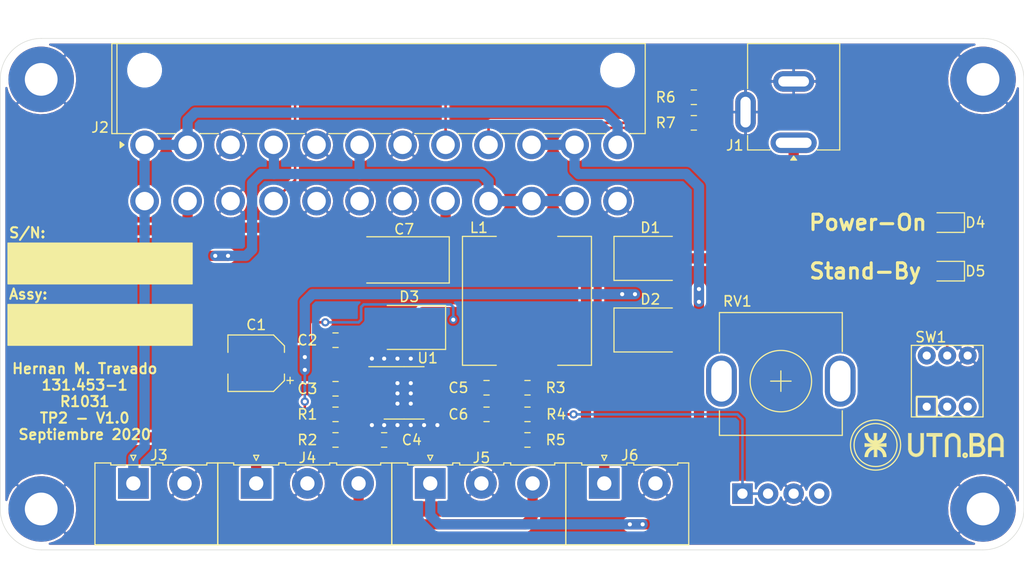
<source format=kicad_pcb>
(kicad_pcb (version 20171130) (host pcbnew 5.1.5-52549c5~86~ubuntu18.04.1)
  (title_block (title "Fuente Switching basada en TPS54331") (date 2020-09-03) (rev v1.0) (company "Sistemas de Representacion UTN-FRBA") (comment 1 "DOCENTES: Fernando Aló / Francisco Dominguez / Lucas Liaño") (comment 2 "CURSO: R1031") (comment 3 "ALUMNO: Hernan Matias Travado"))
  (layers (0 F.Cu signal) (31 B.Cu signal) (34 B.Paste user) (35 F.Paste user) (36 B.SilkS user) (37 F.SilkS user) (38 B.Mask user) (39 F.Mask user) (44 Edge.Cuts user))
  (net 0 "")
  (net 1 Earth)
  (net 2 /VIN)
  (net 3 "Net-(C5-Pad2)")
  (net 4 /COMP)
  (net 5 /VOUT)
  (net 6 +12V)
  (net 7 +24V)
  (net 8 "Net-(D4-Pad2)")
  (net 9 "Net-(D5-Pad2)")
  (net 10 +5V)
  (net 11 -5V)
  (net 12 /PS_ON)
  (net 13 -12V)
  (net 14 +3V3)
  (net 15 /VSB)
  (net 16 /PG)
  (net 17 /EN)
  (net 18 /Feedback)
  (net 19 "Net-(SW1-Pad4)")
  (net 20 "Net-(SW1-Pad3)")
  (net 21 "Net-(SW1-Pad2)")
  (net 22 "Net-(SW1-Pad1)")
  (net 23 /PH)
  (net 24 /BOOT)
  (net 25 "Net-(R4-Pad2)")
  (net 26 "Net-(C4-Pad1)")
  (module tp2:796644-2 (layer F.Cu) (at 155 109.5)
    (fp_text reference J6 (at 2.5 -2.75) (layer F.SilkS))
    (fp_text value "Bornera x2")
    (pad 2 thru_hole circle (at 5 0) (size 3 3) (drill 1.4) (layers *.Cu *.Mask) (net 1 Earth))
    (pad 1 thru_hole rect (at 0 0) (size 3 3) (drill 1.4) (layers *.Cu *.Mask) (net 5 /VOUT))
  )
  (module tp2:796644-3 (layer F.Cu) (at 138 109.5)
    (fp_text reference J5 (at 5 -2.5) (layer F.SilkS))
    (fp_text value "Bornera x3")
    (pad 1 thru_hole rect (at 0 0) (size 3 3) (drill 1.4) (layers *.Cu *.Mask) (net 6 +12V))
    (pad 2 thru_hole circle (at 5 0) (size 3 3) (drill 1.4) (layers *.Cu *.Mask) (net 1 Earth))
    (pad 3 thru_hole circle (at 10 0) (size 3 3) (drill 1.4) (layers *.Cu *.Mask) (net 13 -12V))
  )
  (module tp2:796644-3 (layer F.Cu) (at 121 109.5)
    (fp_text reference J4 (at 5 -2.5) (layer F.SilkS))
    (fp_text value "Bornera x3")
    (pad 1 thru_hole rect (at 0 0) (size 3 3) (drill 1.4) (layers *.Cu *.Mask) (net 10 +5V))
    (pad 2 thru_hole circle (at 5 0) (size 3 3) (drill 1.4) (layers *.Cu *.Mask) (net 1 Earth))
    (pad 3 thru_hole circle (at 10 0) (size 3 3) (drill 1.4) (layers *.Cu *.Mask) (net 11 -5V))
  )
  (module tp2:796644-2 (layer F.Cu) (at 109 109.5)
    (fp_text reference J3 (at 2.5 -2.75) (layer F.SilkS))
    (fp_text value "Bornera x2")
    (pad 2 thru_hole circle (at 5 0) (size 3 3) (drill 1.4) (layers *.Cu *.Mask) (net 1 Earth))
    (pad 1 thru_hole rect (at 0 0) (size 3 3) (drill 1.4) (layers *.Cu *.Mask) (net 14 +3V3))
  )
  (module tp2:NoFootprint (layer F.Cu) (at 192.5 88.75)
    (fp_text reference MP2 hide)
    (fp_text value Ligth_Pipe)
  )
  (module LogoUTN:UTN2 (layer F.Cu) (at 185 72.25)
    (fp_text reference G*** hide)
    (fp_text value LOGO hide)
    (fp_poly (pts (xy 0.729408 -3.33375) (xy 0.740833 -2.434167) (xy 1.037936 -2.7305) (xy 1.27904 -3.003155) (xy 1.453764 -3.282278) (xy 1.57595 -3.594167) (xy 1.644939 -3.883701) (xy 1.710946 -4.233334) (xy 3.002481 -4.233334) (xy 2.980127 -3.947584) (xy 2.930167 -3.5331) (xy 2.849105 -3.135517) (xy 2.743128 -2.783145) (xy 2.703105 -2.680074) (xy 2.523701 -2.325474) (xy 2.289459 -1.978845) (xy 2.018112 -1.662194) (xy 1.727397 -1.397527) (xy 1.588256 -1.296782) (xy 1.419679 -1.185334) (xy 3.005666 -1.185334) (xy 3.005666 0.217011) (xy 2.243613 0.203755) (xy 2.000316 0.200635) (xy 1.78928 0.200054) (xy 1.623828 0.201873) (xy 1.517287 0.205954) (xy 1.482752 0.211666) (xy 1.51629 0.244107) (xy 1.600229 0.302776) (xy 1.657088 0.338666) (xy 1.813567 0.456352) (xy 1.994146 0.626829) (xy 2.180295 0.829737) (xy 2.353481 1.044718) (xy 2.495171 1.251412) (xy 2.509278 1.274861) (xy 2.637081 1.527658) (xy 2.755565 1.828114) (xy 2.853831 2.143179) (xy 2.920985 2.439802) (xy 2.940751 2.583553) (xy 2.958572 2.762401) (xy 2.977313 2.93767) (xy 2.98884 3.037416) (xy 3.010854 3.217333) (xy 1.704949 3.217333) (xy 1.653434 2.897995) (xy 1.550327 2.504333) (xy 1.376505 2.135271) (xy 1.14174 1.809332) (xy 1.004772 1.668519) (xy 0.740833 1.424113) (xy 0.729424 2.341889) (xy 0.718015 3.259666) (xy -0.635 3.259666) (xy -0.635 2.370666) (xy -0.636885 2.034001) (xy -0.642624 1.779402) (xy -0.652349 1.604351) (xy -0.666187 1.50633) (xy -0.68072 1.481666) (xy -0.73013 1.509837) (xy -0.820842 1.584672) (xy -0.935637 1.69165) (xy -0.969446 1.725083) (xy -1.223568 2.036639) (xy -1.414622 2.400407) (xy -1.544754 2.820608) (xy -1.557655 2.881314) (xy -1.629834 3.2385) (xy -2.265455 3.226867) (xy -2.901075 3.215235) (xy -2.871255 2.803534) (xy -2.794084 2.265606) (xy -2.644442 1.76051) (xy -2.425236 1.295825) (xy -2.139369 0.879131) (xy -2.128877 0.86634) (xy -2.003429 0.725116) (xy -1.860872 0.581493) (xy -1.71663 0.449089) (xy -1.586126 0.341529) (xy -1.484783 0.272433) (xy -1.435532 0.254) (xy -1.397532 0.227642) (xy -1.396966 0.22225) (xy -1.437047 0.212845) (xy -1.548412 0.206088) (xy -1.717711 0.20229) (xy -1.931595 0.201762) (xy -2.158966 0.204482) (xy -2.921 0.218464) (xy -2.921 -1.185334) (xy -1.345353 -1.185334) (xy -1.593427 -1.368887) (xy -1.97519 -1.702615) (xy -2.292274 -2.089861) (xy -2.543243 -2.527851) (xy -2.726662 -3.01381) (xy -2.841096 -3.544966) (xy -2.873131 -3.84175) (xy -2.90188 -4.233334) (xy -1.5875 -4.23321) (xy -1.575947 -4.053355) (xy -1.537511 -3.80227) (xy -1.458453 -3.522354) (xy -1.349992 -3.251718) (xy -1.324842 -3.200247) (xy -1.254836 -3.087433) (xy -1.15213 -2.952007) (xy -1.031604 -2.810196) (xy -0.908136 -2.678232) (xy -0.796607 -2.572345) (xy -0.711897 -2.508764) (xy -0.680721 -2.497667) (xy -0.663205 -2.534537) (xy -0.650016 -2.646782) (xy -0.641024 -2.836855) (xy -0.636101 -3.107206) (xy -0.635 -3.3655) (xy -0.635 -4.233334) (xy 0.717982 -4.233334) (xy 0.729408 -3.33375)) (layer F.Cu) (width 0.01))
    (fp_poly (pts (xy 1.143 3.3954) (xy 1.375833 3.407833) (xy 1.629833 3.782898) (xy 1.883833 4.157964) (xy 1.908177 3.386666) (xy 2.128838 3.386614) (xy 2.3495 3.386561) (xy 2.337011 4.129593) (xy 2.324523 4.872625) (xy 2.108807 4.859896) (xy 1.89309 4.847166) (xy 1.634461 4.469911) (xy 1.375833 4.092656) (xy 1.363661 4.480494) (xy 1.351489 4.868333) (xy 0.935108 4.868333) (xy 0.922637 4.12565) (xy 0.910166 3.382968) (xy 1.143 3.3954)) (layer F.Cu) (width 0.01))
    (fp_poly (pts (xy 0.762 3.767666) (xy 0.296333 3.767666) (xy 0.296333 4.868333) (xy -0.169334 4.868333) (xy -0.169334 3.767666) (xy -0.635 3.767666) (xy -0.635 3.386666) (xy 0.762 3.386666) (xy 0.762 3.767666)) (layer F.Cu) (width 0.01))
    (fp_poly (pts (xy -1.979084 3.386584) (xy -1.735667 3.386666) (xy -1.735667 3.914343) (xy -1.734549 4.135993) (xy -1.729767 4.287918) (xy -1.719184 4.385046) (xy -1.70066 4.442306) (xy -1.672057 4.474626) (xy -1.653784 4.485843) (xy -1.508603 4.527341) (xy -1.379812 4.496607) (xy -1.336524 4.463142) (xy -1.306796 4.416166) (xy -1.287029 4.336028) (xy -1.275517 4.208083) (xy -1.270557 4.017688) (xy -1.27 3.891642) (xy -1.27 3.386666) (xy -0.804334 3.386666) (xy -0.804334 3.930739) (xy -0.805566 4.159164) (xy -0.810923 4.320639) (xy -0.822897 4.432866) (xy -0.843979 4.513544) (xy -0.876661 4.580376) (xy -0.901164 4.618656) (xy -1.053555 4.774028) (xy -1.257393 4.863186) (xy -1.513475 4.886371) (xy -1.711222 4.865698) (xy -1.907027 4.805536) (xy -2.049889 4.700737) (xy -2.180167 4.570545) (xy -2.201334 3.978523) (xy -2.2225 3.386501) (xy -1.979084 3.386584)) (layer F.Cu) (width 0.01))
  )
  (module LogoUTN:UTN.BA-Letras (layer F.Cu) (at 181.5 105.75)
    (fp_text reference LogoUTN.BA-Letras hide)
    (fp_text value UTN.BA-Letras)
  )
  (module tp2:PTV111-3 (layer F.Cu) (at 168.5 110.5)
    (fp_text reference RV1 (at -0.5 -18.8) (layer F.SilkS))
    (fp_text value "10K 5%")
    (pad "" thru_hole oval (at 9.55 -11) (size 3 5) (drill oval 2 4) (layers *.Cu *.Mask))
    (pad "" thru_hole oval (at -2.05 -11) (size 3 5) (drill oval 2 4) (layers *.Cu *.Mask))
    (pad 4 thru_hole circle (at 7.5 0) (size 2 2) (drill 1) (layers *.Cu *.Mask))
    (pad 3 thru_hole circle (at 5 0) (size 2 2) (drill 1) (layers *.Cu *.Mask) (net 1 Earth))
    (pad 2 thru_hole circle (at 2.5 0) (size 2 2) (drill 1) (layers *.Cu *.Mask) (net 25 "Net-(R4-Pad2)"))
    (pad 1 thru_hole rect (at 0 0) (size 2 2) (drill 1) (layers *.Cu *.Mask) (net 25 "Net-(R4-Pad2)"))
  )
  (module Resistor_SMD:R_0805_2012Metric (layer F.Cu) (at 147.5 105.25 180)
    (fp_text reference R5 (at -2.75 0) (layer F.SilkS))
    (fp_text value "10K 5%")
    (pad 2 smd roundrect (at 0.9375 0 180) (size 0.975 1.4) (layers F.Cu F.Paste F.Mask) (net 18 /Feedback))
    (pad 1 smd roundrect (at -0.9375 0 180) (size 0.975 1.4) (layers F.Cu F.Paste F.Mask) (net 5 /VOUT))
  )
  (module tp2:SOIC-8-1EP_3.9x4.9mm_P1.27mm_EP2.29x3mm (layer F.Cu) (at 135.45 100.65)
    (fp_text reference U1 (at 2.3 -3.4) (layer F.SilkS))
    (fp_text value TPS54331)
    (pad 8 smd roundrect (at 2.475 -1.905) (size 1.95 0.6) (layers F.Cu F.Paste F.Mask) (net 23 /PH))
    (pad 7 smd roundrect (at 2.475 -0.635) (size 1.95 0.6) (layers F.Cu F.Paste F.Mask) (net 1 Earth))
    (pad 6 smd roundrect (at 2.475 0.635) (size 1.95 0.6) (layers F.Cu F.Paste F.Mask) (net 4 /COMP))
    (pad 5 smd roundrect (at 2.475 1.905) (size 1.95 0.6) (layers F.Cu F.Paste F.Mask) (net 18 /Feedback))
    (pad 4 smd roundrect (at -2.475 1.905) (size 1.95 0.6) (layers F.Cu F.Paste F.Mask) (net 26 "Net-(C4-Pad1)"))
    (pad 3 smd roundrect (at -2.475 0.635) (size 1.95 0.6) (layers F.Cu F.Paste F.Mask) (net 17 /EN))
    (pad 2 smd roundrect (at -2.475 -0.635) (size 1.95 0.6) (layers F.Cu F.Paste F.Mask) (net 2 /VIN))
    (pad 1 smd roundrect (at -2.475 -1.905) (size 1.95 0.6) (layers F.Cu F.Paste F.Mask) (net 24 /BOOT))
    (pad 9 smd roundrect (at 0 0) (size 2.29 3) (layers F.Cu F.Mask) (roundrect_rratio 0.10917) (net 1 Earth))
  )
  (module tp2:NoFootprint (layer F.Cu) (at 192.5 84)
    (fp_text reference MP1 hide)
    (fp_text value Ligth_Pipe)
  )
  (module tp2:TL2230 (layer F.Cu) (at 186.5 102)
    (fp_text reference SW1 (at 0.4 -6.8) (layer F.SilkS))
    (fp_text value SW_Push_DPDT)
    (pad 6 thru_hole circle (at 4 -5) (size 1.75 1.75) (drill 0.8) (layers *.Cu *.Mask) (net 1 Earth))
    (pad 5 thru_hole circle (at 2 -5) (size 1.75 1.75) (drill 0.8) (layers *.Cu *.Mask) (net 12 /PS_ON))
    (pad 4 thru_hole circle (at 0 -5) (size 1.75 1.75) (drill 0.8) (layers *.Cu *.Mask) (net 19 "Net-(SW1-Pad4)"))
    (pad 3 thru_hole circle (at 4 0) (size 1.75 1.75) (drill 0.8) (layers *.Cu *.Mask) (net 20 "Net-(SW1-Pad3)"))
    (pad 2 thru_hole circle (at 2 0) (size 1.75 1.75) (drill 0.8) (layers *.Cu *.Mask) (net 21 "Net-(SW1-Pad2)"))
    (pad 1 thru_hole rect (at 0 0) (size 1.75 1.75) (drill 0.8) (layers *.Cu *.Mask) (net 22 "Net-(SW1-Pad1)"))
  )
  (module Resistor_SMD:R_0805_2012Metric (layer F.Cu) (at 163.75 74.25 180)
    (fp_text reference R7 (at 2.75 0) (layer F.SilkS))
    (fp_text value "330R 5%")
    (pad 2 smd roundrect (at 0.9375 0 180) (size 0.975 1.4) (layers F.Cu F.Paste F.Mask) (net 15 /VSB))
    (pad 1 smd roundrect (at -0.9375 0 180) (size 0.975 1.4) (layers F.Cu F.Paste F.Mask) (net 9 "Net-(D5-Pad2)"))
  )
  (module Resistor_SMD:R_0805_2012Metric (layer F.Cu) (at 163.75 71.75 180)
    (fp_text reference R6 (at 2.75 0 180) (layer F.SilkS))
    (fp_text value "330R 5%")
    (pad 2 smd roundrect (at 0.9375 0 180) (size 0.975 1.4) (layers F.Cu F.Paste F.Mask) (net 16 /PG))
    (pad 1 smd roundrect (at -0.9375 0 180) (size 0.975 1.4) (layers F.Cu F.Paste F.Mask) (net 8 "Net-(D4-Pad2)"))
  )
  (module Resistor_SMD:R_0805_2012Metric (layer F.Cu) (at 147.5 102.75)
    (fp_text reference R4 (at 2.8 0) (layer F.SilkS))
    (fp_text value "330R 5%")
    (pad 2 smd roundrect (at 0.9375 0) (size 0.975 1.4) (layers F.Cu F.Paste F.Mask) (net 25 "Net-(R4-Pad2)"))
    (pad 1 smd roundrect (at -0.9375 0) (size 0.975 1.4) (layers F.Cu F.Paste F.Mask) (net 18 /Feedback))
  )
  (module Resistor_SMD:R_0805_2012Metric (layer F.Cu) (at 147.5 100.15)
    (fp_text reference R3 (at 2.75 0) (layer F.SilkS))
    (fp_text value "29.4K 1%")
    (pad 2 smd roundrect (at 0.9375 0) (size 0.975 1.4) (layers F.Cu F.Paste F.Mask) (net 1 Earth))
    (pad 1 smd roundrect (at -0.9375 0) (size 0.975 1.4) (layers F.Cu F.Paste F.Mask) (net 3 "Net-(C5-Pad2)"))
  )
  (module Resistor_SMD:R_0805_2012Metric (layer F.Cu) (at 128.75 105.25 180)
    (fp_text reference R2 (at 2.75 0) (layer F.SilkS))
    (fp_text value "22K 5%")
    (pad 2 smd roundrect (at 0.9375 0 180) (size 0.975 1.4) (layers F.Cu F.Paste F.Mask) (net 1 Earth))
    (pad 1 smd roundrect (at -0.9375 0 180) (size 0.975 1.4) (layers F.Cu F.Paste F.Mask) (net 17 /EN))
  )
  (module Resistor_SMD:R_0805_2012Metric (layer F.Cu) (at 128.75 102.75)
    (fp_text reference R1 (at -2.75 0) (layer F.SilkS))
    (fp_text value "100K 5%")
    (pad 2 smd roundrect (at 0.9375 0) (size 0.975 1.4) (layers F.Cu F.Paste F.Mask) (net 17 /EN))
    (pad 1 smd roundrect (at -0.9375 0) (size 0.975 1.4) (layers F.Cu F.Paste F.Mask) (net 2 /VIN))
  )
  (module tp2:SRR1260 (layer F.Cu) (at 147.45 91.65 90)
    (fp_text reference L1 (at 7.15 -4.7 180) (layer F.SilkS))
    (fp_text value 15uH)
    (pad 2 smd rect (at 4.85 0 90) (size 2.9 5.4) (layers F.Cu F.Paste F.Mask) (net 5 /VOUT))
    (pad 1 smd rect (at -4.85 0 90) (size 2.9 5.4) (layers F.Cu F.Paste F.Mask) (net 23 /PH))
  )
  (module tp2:Molex_0039301240 (layer F.Cu) (at 110.1 76.4 180)
    (fp_text reference J2 (at 4.35 1.7) (layer F.SilkS))
    (fp_text value "MOLEX ATX")
    (pad 24 thru_hole circle (at -46.2 -5.5) (size 2.8 2.8) (drill 1.8) (layers *.Cu *.Mask) (net 1 Earth))
    (pad 23 thru_hole circle (at -42 -5.5) (size 2.8 2.8) (drill 1.8) (layers *.Cu *.Mask) (net 10 +5V))
    (pad 22 thru_hole circle (at -37.8 -5.5) (size 2.8 2.8) (drill 1.8) (layers *.Cu *.Mask) (net 10 +5V))
    (pad 21 thru_hole circle (at -33.6 -5.5) (size 2.8 2.8) (drill 1.8) (layers *.Cu *.Mask) (net 10 +5V))
    (pad 20 thru_hole circle (at -29.4 -5.5) (size 2.8 2.8) (drill 1.8) (layers *.Cu *.Mask) (net 11 -5V))
    (pad 19 thru_hole circle (at -25.2 -5.5) (size 2.8 2.8) (drill 1.8) (layers *.Cu *.Mask) (net 1 Earth))
    (pad 18 thru_hole circle (at -21 -5.5) (size 2.8 2.8) (drill 1.8) (layers *.Cu *.Mask) (net 1 Earth))
    (pad 17 thru_hole circle (at -16.8 -5.5) (size 2.8 2.8) (drill 1.8) (layers *.Cu *.Mask) (net 1 Earth))
    (pad 16 thru_hole circle (at -12.6 -5.5) (size 2.8 2.8) (drill 1.8) (layers *.Cu *.Mask) (net 12 /PS_ON))
    (pad 15 thru_hole circle (at -8.4 -5.5) (size 2.8 2.8) (drill 1.8) (layers *.Cu *.Mask) (net 1 Earth))
    (pad 14 thru_hole circle (at -4.2 -5.5) (size 2.8 2.8) (drill 1.8) (layers *.Cu *.Mask) (net 13 -12V))
    (pad 13 thru_hole circle (at 0 -5.5) (size 2.8 2.8) (drill 1.8) (layers *.Cu *.Mask) (net 14 +3V3))
    (pad 12 thru_hole circle (at -46.2 0) (size 2.8 2.8) (drill 1.8) (layers *.Cu *.Mask) (net 14 +3V3))
    (pad 11 thru_hole circle (at -42 0) (size 2.8 2.8) (drill 1.8) (layers *.Cu *.Mask) (net 6 +12V))
    (pad 10 thru_hole circle (at -37.8 0) (size 2.8 2.8) (drill 1.8) (layers *.Cu *.Mask) (net 6 +12V))
    (pad 9 thru_hole circle (at -33.6 0) (size 2.8 2.8) (drill 1.8) (layers *.Cu *.Mask) (net 15 /VSB))
    (pad 8 thru_hole circle (at -29.4 0) (size 2.8 2.8) (drill 1.8) (layers *.Cu *.Mask) (net 16 /PG))
    (pad 7 thru_hole circle (at -25.2 0) (size 2.8 2.8) (drill 1.8) (layers *.Cu *.Mask) (net 1 Earth))
    (pad 6 thru_hole circle (at -21 0) (size 2.8 2.8) (drill 1.8) (layers *.Cu *.Mask) (net 10 +5V))
    (pad 5 thru_hole circle (at -16.8 0) (size 2.8 2.8) (drill 1.8) (layers *.Cu *.Mask) (net 1 Earth))
    (pad 4 thru_hole circle (at -12.6 0) (size 2.8 2.8) (drill 1.8) (layers *.Cu *.Mask) (net 10 +5V))
    (pad 3 thru_hole circle (at -8.4 0) (size 2.8 2.8) (drill 1.8) (layers *.Cu *.Mask) (net 1 Earth))
    (pad 2 thru_hole circle (at -4.2 0) (size 2.8 2.8) (drill 1.8) (layers *.Cu *.Mask) (net 14 +3V3))
    (pad "" np_thru_hole circle (at -46.2 7.3) (size 3 3) (drill 3) (layers *.Cu *.Mask))
    (pad "" np_thru_hole circle (at 0 7.3) (size 3 3) (drill 3) (layers *.Cu *.Mask))
    (pad 1 thru_hole circle (at 0 0) (size 2.8 2.8) (drill 1.8) (layers *.Cu *.Mask) (net 14 +3V3))
  )
  (module tp2:PJ-002A (layer F.Cu) (at 173.5 76.2 270)
    (fp_text reference J1 (at 0.25 5.75 180) (layer F.SilkS))
    (fp_text value PJ-002A)
    (pad 3 thru_hole oval (at -3 4.7) (size 2 4) (drill oval 1 3) (layers *.Cu *.Mask) (net 1 Earth))
    (pad 2 thru_hole oval (at -6 0 270) (size 2 4) (drill oval 1 3) (layers *.Cu *.Mask) (net 1 Earth))
    (pad 1 thru_hole oval (at 0 0 270) (size 2 4.5) (drill oval 1 3.5) (layers *.Cu *.Mask) (net 7 +24V))
  )
  (module MountingHole:MountingHole_3.2mm_M3_Pad (layer F.Cu) (at 100 112)
    (fp_text reference H4 hide)
    (fp_text value MountingHole_Pad)
    (pad 1 thru_hole circle (at 0 0) (size 6.4 6.4) (drill 3.2) (layers *.Cu *.Mask) (net 1 Earth))
  )
  (module MountingHole:MountingHole_3.2mm_M3_Pad (layer F.Cu) (at 192 112)
    (fp_text reference H3 hide)
    (fp_text value MountingHole_Pad)
    (pad 1 thru_hole circle (at 0 0) (size 6.4 6.4) (drill 3.2) (layers *.Cu *.Mask) (net 1 Earth))
  )
  (module MountingHole:MountingHole_3.2mm_M3_Pad (layer F.Cu) (at 192 70)
    (fp_text reference H2 hide)
    (fp_text value MountingHole_Pad)
    (pad 1 thru_hole circle (at 0 0) (size 6.4 6.4) (drill 3.2) (layers *.Cu *.Mask) (net 1 Earth))
  )
  (module MountingHole:MountingHole_3.2mm_M3_Pad (layer F.Cu) (at 100 70)
    (fp_text reference H1 hide)
    (fp_text value MountingHole_Pad)
    (pad 1 thru_hole circle (at 0 0) (size 6.4 6.4) (drill 3.2) (layers *.Cu *.Mask) (net 1 Earth))
  )
  (module LED_SMD:LED_0805_2012Metric (layer F.Cu) (at 188.5 88.75 180)
    (fp_text reference D5 (at -2.75 0) (layer F.SilkS))
    (fp_text value LED_ROJO)
    (pad 2 smd roundrect (at 0.9375 0 180) (size 0.975 1.4) (layers F.Cu F.Paste F.Mask) (net 9 "Net-(D5-Pad2)"))
    (pad 1 smd roundrect (at -0.9375 0 180) (size 0.975 1.4) (layers F.Cu F.Paste F.Mask) (net 1 Earth))
  )
  (module LED_SMD:LED_0805_2012Metric (layer F.Cu) (at 188.5 84 180)
    (fp_text reference D4 (at -2.75 0) (layer F.SilkS))
    (fp_text value LED_VERDE)
    (pad 2 smd roundrect (at 0.9375 0 180) (size 0.975 1.4) (layers F.Cu F.Paste F.Mask) (net 8 "Net-(D4-Pad2)"))
    (pad 1 smd roundrect (at -0.9375 0 180) (size 0.975 1.4) (layers F.Cu F.Paste F.Mask) (net 1 Earth))
  )
  (module Diode_SMD:D_SMB (layer F.Cu) (at 135.95 94.25 180)
    (fp_text reference D3 (at 0 3) (layer F.SilkS))
    (fp_text value B340B)
    (pad 2 smd rect (at 2.15 0 180) (size 2.5 2.3) (layers F.Cu F.Paste F.Mask) (net 1 Earth))
    (pad 1 smd rect (at -2.15 0 180) (size 2.5 2.3) (layers F.Cu F.Paste F.Mask) (net 23 /PH))
  )
  (module Diode_SMD:D_SMB (layer F.Cu) (at 159.5 87.5)
    (fp_text reference D1 (at 0 -3) (layer F.SilkS))
    (fp_text value B340B)
    (pad 2 smd rect (at 2.15 0) (size 2.5 2.3) (layers F.Cu F.Paste F.Mask) (net 7 +24V))
    (pad 1 smd rect (at -2.15 0) (size 2.5 2.3) (layers F.Cu F.Paste F.Mask) (net 2 /VIN))
  )
  (module Diode_SMD:D_SMB (layer F.Cu) (at 159.5 94.5)
    (fp_text reference D2 (at 0 -3) (layer F.SilkS))
    (fp_text value B340B)
    (pad 2 smd rect (at 2.15 0) (size 2.5 2.3) (layers F.Cu F.Paste F.Mask) (net 6 +12V))
    (pad 1 smd rect (at -2.15 0) (size 2.5 2.3) (layers F.Cu F.Paste F.Mask) (net 2 /VIN))
  )
  (module Capacitor_Tantalum_SMD:CP_EIA-7343-43_Kemet-X (layer F.Cu) (at 135.45 87.65 180)
    (fp_text reference C7 (at 0 3) (layer F.SilkS))
    (fp_text value "100uF 25V TANT")
    (pad 2 smd roundrect (at 3.1125 0 180) (size 2.075 2.55) (layers F.Cu F.Paste F.Mask) (roundrect_rratio 0.120482) (net 1 Earth))
    (pad 1 smd roundrect (at -3.1125 0 180) (size 2.075 2.55) (layers F.Cu F.Paste F.Mask) (roundrect_rratio 0.120482) (net 5 /VOUT))
  )
  (module Capacitor_SMD:C_0805_2012Metric (layer F.Cu) (at 143.5 102.75)
    (fp_text reference C6 (at -2.75 0) (layer F.SilkS))
    (fp_text value "47pF 25V")
    (pad 2 smd roundrect (at 0.9375 0) (size 0.975 1.4) (layers F.Cu F.Paste F.Mask) (net 1 Earth))
    (pad 1 smd roundrect (at -0.9375 0) (size 0.975 1.4) (layers F.Cu F.Paste F.Mask) (net 4 /COMP))
  )
  (module Capacitor_SMD:C_0805_2012Metric (layer F.Cu) (at 143.5 100.15)
    (fp_text reference C5 (at -2.75 0) (layer F.SilkS))
    (fp_text value "1000pF 25V")
    (pad 2 smd roundrect (at 0.9375 0) (size 0.975 1.4) (layers F.Cu F.Paste F.Mask) (net 3 "Net-(C5-Pad2)"))
    (pad 1 smd roundrect (at -0.9375 0) (size 0.975 1.4) (layers F.Cu F.Paste F.Mask) (net 4 /COMP))
  )
  (module Capacitor_SMD:C_0805_2012Metric (layer F.Cu) (at 128.75 95.5)
    (fp_text reference C2 (at -2.75 0) (layer F.SilkS))
    (fp_text value "0.1uF 35V")
    (pad 2 smd roundrect (at 0.9375 0) (size 0.975 1.4) (layers F.Cu F.Paste F.Mask) (net 24 /BOOT))
    (pad 1 smd roundrect (at -0.9375 0) (size 0.975 1.4) (layers F.Cu F.Paste F.Mask) (net 23 /PH))
  )
  (module Capacitor_SMD:C_0805_2012Metric (layer F.Cu) (at 133.5 105.25)
    (fp_text reference C4 (at 2.7 0) (layer F.SilkS))
    (fp_text value "0.01uF 35V")
    (pad 2 smd roundrect (at 0.9375 0) (size 0.975 1.4) (layers F.Cu F.Paste F.Mask) (net 1 Earth))
    (pad 1 smd roundrect (at -0.9375 0) (size 0.975 1.4) (layers F.Cu F.Paste F.Mask) (net 26 "Net-(C4-Pad1)"))
  )
  (module Capacitor_SMD:C_0805_2012Metric (layer F.Cu) (at 128.75 100.25 180)
    (fp_text reference C3 (at 2.75 0) (layer F.SilkS))
    (fp_text value "0.01uF 35V")
    (pad 2 smd roundrect (at 0.9375 0 180) (size 0.975 1.4) (layers F.Cu F.Paste F.Mask) (net 1 Earth))
    (pad 1 smd roundrect (at -0.9375 0 180) (size 0.975 1.4) (layers F.Cu F.Paste F.Mask) (net 2 /VIN))
  )
  (module Capacitor_SMD:CP_Elec_5x5.8 (layer F.Cu) (at 121 97.75 180)
    (fp_text reference C1 (at 0 3.75) (layer F.SilkS))
    (fp_text value "10uF 35V")
    (pad 2 smd roundrect (at 2.2 0 180) (size 3 1.6) (layers F.Cu F.Paste F.Mask) (roundrect_rratio 0.15625) (net 1 Earth))
    (pad 1 smd roundrect (at -2.2 0 180) (size 3 1.6) (layers F.Cu F.Paste F.Mask) (roundrect_rratio 0.15625) (net 2 /VIN))
  )
  (gr_text "Hernan M. Travado\n131.453-1\nR1031\nTP2 - V1.0\nSeptiembre 2020" (at 104.25 101.5) (layer F.SilkS) (effects (font (size 1 1) (thickness 0.2))))
  (gr_text Assy: (at 96.75 91) (layer F.SilkS) (effects (font (size 1 1) (thickness 0.2)) (justify left)))
  (gr_poly (pts (xy 114.75 96) (xy 96.75 96) (xy 96.75 92) (xy 114.75 92)) (layer F.SilkS) (width 0.1))
  (gr_text S/N: (at 96.75 85) (layer F.SilkS) (effects (font (size 1 1) (thickness 0.2)) (justify left)))
  (gr_poly (pts (xy 114.75 90) (xy 96.75 90) (xy 96.75 86) (xy 114.75 86)) (layer F.SilkS) (width 0.1))
  (gr_text Power-On (at 180.75 84) (layer F.SilkS) (effects (font (size 1.5 1.5) (thickness 0.3))))
  (gr_text Stand-By (at 180.5 88.75) (layer F.SilkS) (effects (font (size 1.5 1.5) (thickness 0.3))))
  (gr_arc (start 100 112) (end 96 112) (angle -90) (layer Edge.Cuts) (width 0.05))
  (gr_arc (start 192 112) (end 192 116) (angle -90) (layer Edge.Cuts) (width 0.05))
  (gr_arc (start 192 70) (end 196 70) (angle -90) (layer Edge.Cuts) (width 0.05))
  (gr_arc (start 100 70) (end 100 66) (angle -90) (layer Edge.Cuts) (width 0.05))
  (gr_line (start 96 112) (end 96 70) (layer Edge.Cuts) (width 0.05))
  (gr_line (start 192 116) (end 100 116) (layer Edge.Cuts) (width 0.05))
  (gr_line (start 196 70) (end 196 112) (layer Edge.Cuts) (width 0.05))
  (gr_line (start 100 66) (end 192 66) (layer Edge.Cuts) (width 0.05))
  (via (at 134.8 97.3) (size 0.8) (drill 0.4) (layers F.Cu B.Cu) (net 1))
  (via (at 133.5 97.3) (size 0.8) (drill 0.4) (layers F.Cu B.Cu) (net 1))
  (via (at 132.3 97.3) (size 0.8) (drill 0.4) (layers F.Cu B.Cu) (net 1))
  (via (at 136.1 97.3) (size 0.8) (drill 0.4) (layers F.Cu B.Cu) (net 1))
  (via (at 134.8 103.8) (size 0.8) (drill 0.4) (layers F.Cu B.Cu) (net 1))
  (via (at 133.5 103.8) (size 0.8) (drill 0.4) (layers F.Cu B.Cu) (net 1))
  (via (at 132.3 103.8) (size 0.8) (drill 0.4) (layers F.Cu B.Cu) (net 1))
  (via (at 136.1 103.8) (size 0.8) (drill 0.4) (layers F.Cu B.Cu) (net 1))
  (via (at 137.4 103.8) (size 0.8) (drill 0.4) (layers F.Cu B.Cu) (net 1))
  (via (at 138.7 103.8) (size 0.8) (drill 0.4) (layers F.Cu B.Cu) (net 1))
  (via (at 134.8 99.7) (size 0.8) (drill 0.4) (layers F.Cu B.Cu) (net 1))
  (via (at 134.8 101.7) (size 0.8) (drill 0.4) (layers F.Cu B.Cu) (net 1))
  (via (at 136.1 99.7) (size 0.8) (drill 0.4) (layers F.Cu B.Cu) (net 1))
  (via (at 136.1 101.7) (size 0.8) (drill 0.4) (layers F.Cu B.Cu) (net 1))
  (via (at 136.1 100.7) (size 0.8) (drill 0.4) (layers F.Cu B.Cu) (net 1))
  (via (at 134.8 100.7) (size 0.8) (drill 0.4) (layers F.Cu B.Cu) (net 1))
  (via (at 125.75 98.4) (size 0.8) (drill 0.4) (layers F.Cu B.Cu) (net 2))
  (via (at 125.75 97.15) (size 0.8) (drill 0.4) (layers F.Cu B.Cu) (net 2))
  (via (at 156.75 91) (size 0.8) (drill 0.4) (layers F.Cu B.Cu) (net 2))
  (via (at 158 91) (size 0.8) (drill 0.4) (layers F.Cu B.Cu) (net 2))
  (segment (start 156.75 91) (end 158 91) (width 1) (layer B.Cu) (net 2))
  (segment (start 126.5 91) (end 156.75 91) (width 1) (layer B.Cu) (net 2))
  (segment (start 125.75 97.15) (end 125.75 91.75) (width 1) (layer B.Cu) (net 2))
  (segment (start 125.75 91.75) (end 126.5 91) (width 1) (layer B.Cu) (net 2))
  (segment (start 125.75 97.15) (end 125.75 98.4) (width 1) (layer B.Cu) (net 2))
  (via (at 125.75 101.5) (size 0.8) (drill 0.4) (layers F.Cu B.Cu) (net 2))
  (segment (start 125.75 98.4) (end 125.75 101.5) (width 0.25) (layer B.Cu) (net 2))
  (segment (start 125.75 102.25) (end 125.75 101.5) (width 0.25) (layer F.Cu) (net 2))
  (segment (start 127.8125 102.75) (end 126.25 102.75) (width 0.25) (layer F.Cu) (net 2))
  (segment (start 126.25 102.75) (end 125.75 102.25) (width 0.25) (layer F.Cu) (net 2))
  (segment (start 144.4375 100.15) (end 146.5625 100.15) (width 0.25) (layer F.Cu) (net 3))
  (segment (start 137.925 101.285) (end 141 101.285) (width 0.25) (layer F.Cu) (net 4))
  (segment (start 141.35 100.15) (end 142.5625 100.15) (width 0.25) (layer F.Cu) (net 4))
  (segment (start 141 101.285) (end 141 100.5) (width 0.25) (layer F.Cu) (net 4))
  (segment (start 141 100.5) (end 141.35 100.15) (width 0.25) (layer F.Cu) (net 4))
  (segment (start 141.25 102.75) (end 142.5625 102.75) (width 0.25) (layer F.Cu) (net 4))
  (segment (start 141 101.285) (end 141 102.5) (width 0.25) (layer F.Cu) (net 4))
  (segment (start 141 102.5) (end 141.25 102.75) (width 0.25) (layer F.Cu) (net 4))
  (segment (start 153.174 105.25) (end 148.4375 105.25) (width 0.25) (layer F.Cu) (net 5))
  (segment (start 153.212 89) (end 153.212 105.212) (width 1) (layer F.Cu) (net 5))
  (segment (start 155 107) (end 155 109.5) (width 1) (layer F.Cu) (net 5))
  (segment (start 153.212 105.212) (end 155 107) (width 1) (layer F.Cu) (net 5))
  (via (at 164.25 90.5) (size 0.8) (drill 0.4) (layers F.Cu B.Cu) (net 6))
  (segment (start 164.25 91.75) (end 164.25 90.5) (width 1) (layer F.Cu) (net 6))
  (via (at 164.25 91.75) (size 0.8) (drill 0.4) (layers F.Cu B.Cu) (net 6))
  (segment (start 161.65 94.5) (end 164.25 94.5) (width 1) (layer F.Cu) (net 6))
  (segment (start 164.25 94.5) (end 164.25 91.75) (width 1) (layer F.Cu) (net 6))
  (via (at 157.500008 113.5) (size 0.8) (drill 0.4) (layers F.Cu B.Cu) (net 6))
  (via (at 158.749996 113.5) (size 0.8) (drill 0.4) (layers F.Cu B.Cu) (net 6))
  (segment (start 157.500008 113.5) (end 158.749996 113.5) (width 1) (layer F.Cu) (net 6))
  (segment (start 163.5 113.5) (end 158.749996 113.5) (width 1) (layer F.Cu) (net 6))
  (segment (start 164.25 94.5) (end 164.25 112.75) (width 1) (layer F.Cu) (net 6))
  (segment (start 164.25 112.75) (end 163.5 113.5) (width 1) (layer F.Cu) (net 6))
  (segment (start 138.875 113.5) (end 158.184311 113.5) (width 1) (layer B.Cu) (net 6))
  (segment (start 158.184311 113.5) (end 158.749996 113.5) (width 1) (layer B.Cu) (net 6))
  (segment (start 138 109.5) (end 138 112.625) (width 1) (layer B.Cu) (net 6))
  (segment (start 138 112.625) (end 138.875 113.5) (width 1) (layer B.Cu) (net 6))
  (segment (start 152.1 78.85) (end 152.1 76.4) (width 1) (layer B.Cu) (net 6))
  (segment (start 152.5 79.25) (end 152.1 78.85) (width 1) (layer B.Cu) (net 6))
  (segment (start 163 79.25) (end 152.5 79.25) (width 1) (layer B.Cu) (net 6))
  (segment (start 164.25 91.75) (end 164.25 80.5) (width 1) (layer B.Cu) (net 6))
  (segment (start 164.25 80.5) (end 163 79.25) (width 1) (layer B.Cu) (net 6))
  (segment (start 152.1 76.4) (end 147.9 76.4) (width 1) (layer B.Cu) (net 6))
  (segment (start 173.5 86.75) (end 173.5 76.2) (width 1) (layer F.Cu) (net 7))
  (segment (start 161.65 87.5) (end 172.75 87.5) (width 1) (layer F.Cu) (net 7))
  (segment (start 172.75 87.5) (end 173.5 86.75) (width 1) (layer F.Cu) (net 7))
  (segment (start 187.075 84) (end 187.5625 84) (width 0.25) (layer F.Cu) (net 8))
  (segment (start 180.299989 83.549989) (end 180.75 84) (width 0.25) (layer F.Cu) (net 8))
  (segment (start 180.299989 68.686398) (end 180.299989 83.549989) (width 0.25) (layer F.Cu) (net 8))
  (segment (start 165.75 71.75) (end 166.25 71.25) (width 0.25) (layer F.Cu) (net 8))
  (segment (start 166.700011 67.799989) (end 179.41358 67.799989) (width 0.25) (layer F.Cu) (net 8))
  (segment (start 164.6875 71.75) (end 165.75 71.75) (width 0.25) (layer F.Cu) (net 8))
  (segment (start 166.25 71.25) (end 166.25 68.25) (width 0.25) (layer F.Cu) (net 8))
  (segment (start 180.75 84) (end 187.075 84) (width 0.25) (layer F.Cu) (net 8))
  (segment (start 179.41358 67.799989) (end 180.299989 68.686398) (width 0.25) (layer F.Cu) (net 8))
  (segment (start 166.25 68.25) (end 166.700011 67.799989) (width 0.25) (layer F.Cu) (net 8))
  (segment (start 166.25 74.25) (end 164.6875 74.25) (width 0.25) (layer F.Cu) (net 9))
  (segment (start 166.75 68.5) (end 166.75 73.75) (width 0.25) (layer F.Cu) (net 9))
  (segment (start 180.25 88.75) (end 179.849978 88.349978) (width 0.25) (layer F.Cu) (net 9))
  (segment (start 179.849978 68.872798) (end 179.22718 68.25) (width 0.25) (layer F.Cu) (net 9))
  (segment (start 166.75 73.75) (end 166.25 74.25) (width 0.25) (layer F.Cu) (net 9))
  (segment (start 187.5625 88.75) (end 180.25 88.75) (width 0.25) (layer F.Cu) (net 9))
  (segment (start 179.849978 88.349978) (end 179.849978 68.872798) (width 0.25) (layer F.Cu) (net 9))
  (segment (start 179.22718 68.25) (end 167 68.25) (width 0.25) (layer F.Cu) (net 9))
  (segment (start 167 68.25) (end 166.75 68.5) (width 0.25) (layer F.Cu) (net 9))
  (segment (start 131.1 79.25) (end 122.75 79.25) (width 1) (layer B.Cu) (net 10))
  (segment (start 120.6 86.65) (end 120 87.25) (width 1) (layer B.Cu) (net 10))
  (segment (start 120.6 80.15) (end 120.6 86.65) (width 1) (layer B.Cu) (net 10))
  (segment (start 122.75 79.25) (end 121.5 79.25) (width 1) (layer B.Cu) (net 10))
  (segment (start 121.5 79.25) (end 120.6 80.15) (width 1) (layer B.Cu) (net 10))
  (via (at 117 87.25) (size 0.8) (drill 0.4) (layers F.Cu B.Cu) (net 10))
  (segment (start 117 87.25) (end 118.25 87.25) (width 1) (layer B.Cu) (net 10))
  (segment (start 118.25 87.25) (end 120 87.25) (width 1) (layer B.Cu) (net 10))
  (via (at 118.25 87.25) (size 0.8) (drill 0.4) (layers F.Cu B.Cu) (net 10))
  (segment (start 107.75 87.25) (end 118.25 87.25) (width 1) (layer F.Cu) (net 10))
  (segment (start 120 105) (end 108.20001 105) (width 1) (layer F.Cu) (net 10))
  (segment (start 121 106) (end 120 105) (width 1) (layer F.Cu) (net 10))
  (segment (start 108.20001 105) (end 107.20001 104) (width 1) (layer F.Cu) (net 10))
  (segment (start 121 109.5) (end 121 106) (width 1) (layer F.Cu) (net 10))
  (segment (start 107.20001 104) (end 107.20001 87.79999) (width 1) (layer F.Cu) (net 10))
  (segment (start 107.20001 87.79999) (end 107.75 87.25) (width 1) (layer F.Cu) (net 10))
  (segment (start 152.1 81.9) (end 147.9 81.9) (width 1) (layer B.Cu) (net 10))
  (segment (start 143 79.25) (end 131.1 79.25) (width 1) (layer B.Cu) (net 10))
  (segment (start 143.7 79.95) (end 143 79.25) (width 1) (layer B.Cu) (net 10))
  (segment (start 147.9 81.9) (end 143.7 81.9) (width 1) (layer B.Cu) (net 10))
  (segment (start 143.7 81.9) (end 143.7 79.95) (width 1) (layer B.Cu) (net 10))
  (segment (start 122.7 76.4) (end 122.7 76.45) (width 1) (layer B.Cu) (net 10))
  (segment (start 122.75 79.25) (end 122.7 76.4) (width 1) (layer B.Cu) (net 10))
  (segment (start 131.1 76.4) (end 131.1 79.25) (width 1) (layer B.Cu) (net 10))
  (segment (start 139.5 84) (end 139.5 83.5) (width 1) (layer F.Cu) (net 11))
  (segment (start 139 84.5) (end 139.5 84) (width 1) (layer F.Cu) (net 11))
  (segment (start 115.5 84.5) (end 139 84.5) (width 1) (layer F.Cu) (net 11))
  (segment (start 114 86) (end 115.5 84.5) (width 1) (layer F.Cu) (net 11))
  (segment (start 107.302929 86) (end 114 86) (width 1) (layer F.Cu) (net 11))
  (segment (start 131 111.5) (end 130.200011 112.299989) (width 1) (layer F.Cu) (net 11))
  (segment (start 131 109.5) (end 131 111.5) (width 1) (layer F.Cu) (net 11))
  (segment (start 130.200011 112.299989) (end 106.799989 112.299989) (width 1) (layer F.Cu) (net 11))
  (segment (start 106 111.5) (end 105.999999 87.30293) (width 1) (layer F.Cu) (net 11))
  (segment (start 106.799989 112.299989) (end 106 111.5) (width 1) (layer F.Cu) (net 11))
  (segment (start 139.5 83.5) (end 139.5 81.9) (width 1) (layer F.Cu) (net 11))
  (segment (start 105.999999 87.30293) (end 107.302929 86) (width 1) (layer F.Cu) (net 11))
  (segment (start 188.5 93) (end 188.5 97) (width 0.25) (layer F.Cu) (net 12))
  (segment (start 160.75 71.25) (end 161.25 70.75) (width 0.25) (layer F.Cu) (net 12))
  (segment (start 181.25 80.75) (end 190.75 80.75) (width 0.25) (layer F.Cu) (net 12))
  (segment (start 190.75 80.75) (end 191.25 81.25) (width 0.25) (layer F.Cu) (net 12))
  (segment (start 161.25 70.75) (end 161.25 67.75) (width 0.25) (layer F.Cu) (net 12))
  (segment (start 161.25 67.75) (end 161.650022 67.349978) (width 0.25) (layer F.Cu) (net 12))
  (segment (start 189 92.5) (end 188.5 93) (width 0.25) (layer F.Cu) (net 12))
  (segment (start 122.7 81.9) (end 124.8 79.85) (width 0.25) (layer F.Cu) (net 12))
  (segment (start 180.75 68.499998) (end 180.75 80.25) (width 0.25) (layer F.Cu) (net 12))
  (segment (start 125.1 71.25) (end 160.75 71.25) (width 0.25) (layer F.Cu) (net 12))
  (segment (start 124.8 71.55) (end 125.1 71.25) (width 0.25) (layer F.Cu) (net 12))
  (segment (start 124.8 79.85) (end 124.8 71.55) (width 0.25) (layer F.Cu) (net 12))
  (segment (start 180.75 80.25) (end 181.25 80.75) (width 0.25) (layer F.Cu) (net 12))
  (segment (start 161.650022 67.349978) (end 179.59998 67.349978) (width 0.25) (layer F.Cu) (net 12))
  (segment (start 179.59998 67.349978) (end 180.75 68.499998) (width 0.25) (layer F.Cu) (net 12))
  (segment (start 191.25 81.25) (end 191.25 92) (width 0.25) (layer F.Cu) (net 12))
  (segment (start 191.25 92) (end 190.75 92.5) (width 0.25) (layer F.Cu) (net 12))
  (segment (start 190.75 92.5) (end 189 92.5) (width 0.25) (layer F.Cu) (net 12))
  (segment (start 114.3 84.00293) (end 114.3 81.9) (width 1) (layer F.Cu) (net 13))
  (segment (start 113.55293 84.75) (end 114.3 84.00293) (width 1) (layer F.Cu) (net 13))
  (segment (start 106.855859 84.75) (end 113.55293 84.75) (width 1) (layer F.Cu) (net 13))
  (segment (start 148 112.75) (end 147.25 113.5) (width 1) (layer F.Cu) (net 13))
  (segment (start 147.25 113.5) (end 106.302929 113.5) (width 1) (layer F.Cu) (net 13))
  (segment (start 148 109.5) (end 148 112.75) (width 1) (layer F.Cu) (net 13))
  (segment (start 104.79999 86.805869) (end 106.855859 84.75) (width 1) (layer F.Cu) (net 13))
  (segment (start 106.302929 113.5) (end 104.799989 111.99706) (width 1) (layer F.Cu) (net 13))
  (segment (start 104.799989 111.99706) (end 104.79999 86.805869) (width 1) (layer F.Cu) (net 13))
  (segment (start 109 107) (end 109 109.5) (width 1) (layer B.Cu) (net 14))
  (segment (start 110.1 105.9) (end 109 107) (width 1) (layer B.Cu) (net 14))
  (segment (start 110.1 81.9) (end 110.1 105.9) (width 1) (layer B.Cu) (net 14))
  (segment (start 110.1 76.4) (end 110.1 81.9) (width 1) (layer B.Cu) (net 14))
  (segment (start 114.3 76.4) (end 110.1 76.4) (width 1) (layer B.Cu) (net 14))
  (segment (start 114.3 74) (end 114.3 76.4) (width 1) (layer B.Cu) (net 14))
  (segment (start 115.05 73.25) (end 114.3 74) (width 1) (layer B.Cu) (net 14))
  (segment (start 155.079898 73.25) (end 115.05 73.25) (width 1) (layer B.Cu) (net 14))
  (segment (start 156.3 76.4) (end 156.3 74.470102) (width 1) (layer B.Cu) (net 14))
  (segment (start 156.3 74.470102) (end 155.079898 73.25) (width 1) (layer B.Cu) (net 14))
  (segment (start 143.7 74.470102) (end 143.920102 74.25) (width 0.25) (layer F.Cu) (net 15))
  (segment (start 143.7 76.45) (end 143.7 74.470102) (width 0.25) (layer F.Cu) (net 15))
  (segment (start 143.920102 74.25) (end 162.8125 74.25) (width 0.25) (layer F.Cu) (net 15))
  (segment (start 139.5 76.4) (end 139.5 72) (width 0.25) (layer F.Cu) (net 16))
  (segment (start 139.75 71.75) (end 162.8125 71.75) (width 0.25) (layer F.Cu) (net 16))
  (segment (start 139.5 72) (end 139.75 71.75) (width 0.25) (layer F.Cu) (net 16))
  (segment (start 129.6875 102.75) (end 129.6875 102.5625) (width 0.25) (layer F.Cu) (net 17))
  (segment (start 130.75 105.25) (end 129.6875 105.25) (width 0.25) (layer F.Cu) (net 17))
  (segment (start 131 105) (end 130.75 105.25) (width 0.25) (layer F.Cu) (net 17))
  (segment (start 132.975 101.285) (end 131.215 101.285) (width 0.25) (layer F.Cu) (net 17))
  (segment (start 131.215 101.285) (end 131 101.5) (width 0.25) (layer F.Cu) (net 17))
  (segment (start 131 101.5) (end 131 102.75) (width 0.25) (layer F.Cu) (net 17))
  (segment (start 129.6875 102.75) (end 131 102.75) (width 0.25) (layer F.Cu) (net 17))
  (segment (start 131 102.75) (end 131 105) (width 0.25) (layer F.Cu) (net 17))
  (segment (start 145.5 103) (end 145.75 102.75) (width 0.25) (layer F.Cu) (net 18))
  (segment (start 145.5 105) (end 145.5 103) (width 0.25) (layer F.Cu) (net 18))
  (segment (start 145.75 102.75) (end 146.5625 102.75) (width 0.25) (layer F.Cu) (net 18))
  (segment (start 146.5625 105.25) (end 145.75 105.25) (width 0.25) (layer F.Cu) (net 18))
  (segment (start 145.75 105.25) (end 145.5 105) (width 0.25) (layer F.Cu) (net 18))
  (segment (start 140 103.75) (end 140 103) (width 0.25) (layer F.Cu) (net 18))
  (segment (start 145.5 104) (end 140.25 104) (width 0.25) (layer F.Cu) (net 18))
  (segment (start 139.555 102.555) (end 137.925 102.555) (width 0.25) (layer F.Cu) (net 18))
  (segment (start 140 103) (end 139.555 102.555) (width 0.25) (layer F.Cu) (net 18))
  (segment (start 140.25 104) (end 140 103.75) (width 0.25) (layer F.Cu) (net 18))
  (segment (start 127.8125 95.5) (end 127 95.5) (width 0.25) (layer F.Cu) (net 23))
  (segment (start 127 95.5) (end 126.75 95.25) (width 0.25) (layer F.Cu) (net 23))
  (segment (start 126.75 95.25) (end 126.75 94) (width 0.25) (layer F.Cu) (net 23))
  (segment (start 126.75 94) (end 127 93.75) (width 0.25) (layer F.Cu) (net 23))
  (via (at 127.75 93.75) (size 0.8) (drill 0.4) (layers F.Cu B.Cu) (net 23))
  (segment (start 127 93.75) (end 127.75 93.75) (width 0.25) (layer F.Cu) (net 23))
  (via (at 140.25 93.5) (size 0.8) (drill 0.4) (layers F.Cu B.Cu) (net 23))
  (segment (start 140.25 92.25) (end 140.25 93.5) (width 0.25) (layer B.Cu) (net 23))
  (segment (start 140 92) (end 140.25 92.25) (width 0.25) (layer B.Cu) (net 23))
  (segment (start 131.25 92.25) (end 131.5 92) (width 0.25) (layer B.Cu) (net 23))
  (segment (start 131.25 93.5) (end 131.25 92.25) (width 0.25) (layer B.Cu) (net 23))
  (segment (start 131.5 92) (end 140 92) (width 0.25) (layer B.Cu) (net 23))
  (segment (start 127.75 93.75) (end 131 93.75) (width 0.25) (layer B.Cu) (net 23))
  (segment (start 131 93.75) (end 131.25 93.5) (width 0.25) (layer B.Cu) (net 23))
  (segment (start 129.6875 95.5) (end 131 95.5) (width 0.25) (layer F.Cu) (net 24))
  (segment (start 131 95.5) (end 131.25 95.75) (width 0.25) (layer F.Cu) (net 24))
  (segment (start 131.25 95.75) (end 131.25 98.5) (width 0.25) (layer F.Cu) (net 24))
  (segment (start 131.495 98.745) (end 132.975 98.745) (width 0.25) (layer F.Cu) (net 24))
  (segment (start 131.25 98.5) (end 131.495 98.745) (width 0.25) (layer F.Cu) (net 24))
  (via (at 152 102.75) (size 0.8) (drill 0.4) (layers F.Cu B.Cu) (net 25))
  (segment (start 148.4375 102.75) (end 152 102.75) (width 0.25) (layer F.Cu) (net 25))
  (segment (start 168.5 110.5) (end 171 110.5) (width 0.25) (layer B.Cu) (net 25))
  (segment (start 168.5 103.25) (end 168.5 110.5) (width 0.25) (layer B.Cu) (net 25))
  (segment (start 152 102.75) (end 168 102.75) (width 0.25) (layer B.Cu) (net 25))
  (segment (start 168 102.75) (end 168.5 103.25) (width 0.25) (layer B.Cu) (net 25))
  (segment (start 131.695 102.555) (end 132.975 102.555) (width 0.25) (layer F.Cu) (net 26))
  (segment (start 131.5 102.75) (end 131.695 102.555) (width 0.25) (layer F.Cu) (net 26))
  (segment (start 131.5 105) (end 131.5 102.75) (width 0.25) (layer F.Cu) (net 26))
  (segment (start 132.5625 105.25) (end 131.75 105.25) (width 0.25) (layer F.Cu) (net 26))
  (segment (start 131.75 105.25) (end 131.5 105) (width 0.25) (layer F.Cu) (net 26))
  (zone (net 1) (net_name Earth) (layer F.Cu) (connect_pads (clearance 0.25)) (min_thickness 0.2) (fill yes (arc_segments 32) (thermal_gap 0.2) (thermal_bridge_width 0.25))
    (polygon (pts (xy 195.5 70) (xy 195.5 112) (xy 192 115.5) (xy 100 115.5) (xy 96.5 112) (xy 96.5 70) (xy 100 66.5) (xy 192 66.5)))
  )
  (zone (net 5) (net_name /VOUT) (layer F.Cu) (priority 5) (connect_pads (clearance 0.2)) (min_thickness 0.2) (fill yes (arc_segments 32) (thermal_gap 0.2) (thermal_bridge_width 0.25) (smoothing fillet) (radius 0.5))
    (polygon (pts (xy 153.7 89.65) (xy 136.95 89.65) (xy 136.95 84.65) (xy 153.7 84.65)))
  )
  (zone (net 23) (net_name /PH) (layer F.Cu) (priority 5) (connect_pads (clearance 0.2)) (min_thickness 0.2) (fill yes (arc_segments 32) (thermal_gap 0.2) (thermal_bridge_width 0.25) (smoothing fillet) (radius 0.5))
    (polygon (pts (xy 152.5 99) (xy 136.75 99) (xy 136.75 92.25) (xy 152.5 92.25)))
  )
  (zone (net 1) (net_name Earth) (layer B.Cu) (connect_pads (clearance 0.2)) (min_thickness 0.2) (fill yes (arc_segments 32) (thermal_gap 0.2) (thermal_bridge_width 0.25))
    (polygon (pts (xy 195.5 70) (xy 195.5 112) (xy 192 115.5) (xy 100 115.5) (xy 96.5 112) (xy 96.5 70) (xy 100 66.5) (xy 192 66.5)))
  )
  (zone (net 2) (net_name /VIN) (layer F.Cu) (priority 5) (connect_pads (clearance 0.2)) (min_thickness 0.2) (fill yes (arc_segments 32) (thermal_gap 0.2) (thermal_bridge_width 0.25) (smoothing fillet) (radius 0.5))
    (polygon (pts (xy 130.9125 98.8875) (xy 133.225 98.9125) (xy 133.2 101.525) (xy 128.5 101.5) (xy 128.5 99.5) (xy 120.75 99.5) (xy 120.75 96) (xy 130.8875 96)))
  )
  (zone (net 2) (net_name /VIN) (layer F.Cu) (priority 5) (connect_pads (clearance 0.2)) (min_thickness 0.2) (fill yes (arc_segments 32) (thermal_gap 0.2) (thermal_bridge_width 0.25) (smoothing fillet) (radius 0.5))
    (polygon (pts (xy 159.75 97.4) (xy 155 97.4) (xy 155 84.65) (xy 159.75 84.65)))
  )
  (zone (net 1) (net_name Earth) (layer F.Cu) (connect_pads yes (clearance 0.1)) (min_thickness 0.254) (fill yes (arc_segments 32) (thermal_gap 0.508) (thermal_bridge_width 0.508))
    (polygon (pts (xy 137 103.25) (xy 134 103.25) (xy 134 98) (xy 137 98)))
  )
)
</source>
